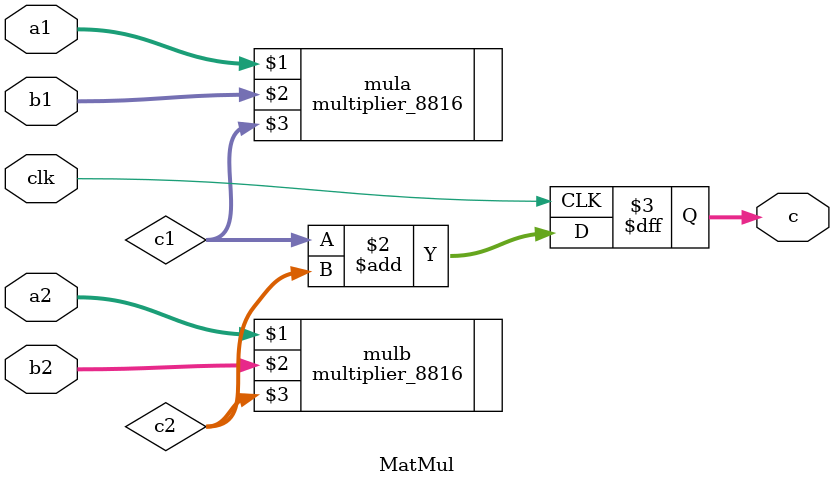
<source format=sv>
module MatMul( // [1x2]*[2x1]
    input clk,
    input [7:0] a1, a2,
    input [7:0] b1, b2,
    output reg [16:0] c
  );

  wire[15:0] c1, c2;

  multiplier_8816 mula (a1, b1, c1);
  multiplier_8816 mulb (a2, b2, c2);

  always_ff @( posedge clk ) begin
      c <= c1 + c2;
  end
endmodule

// a0 a1 | b0
// a2 a3 | b1

</source>
